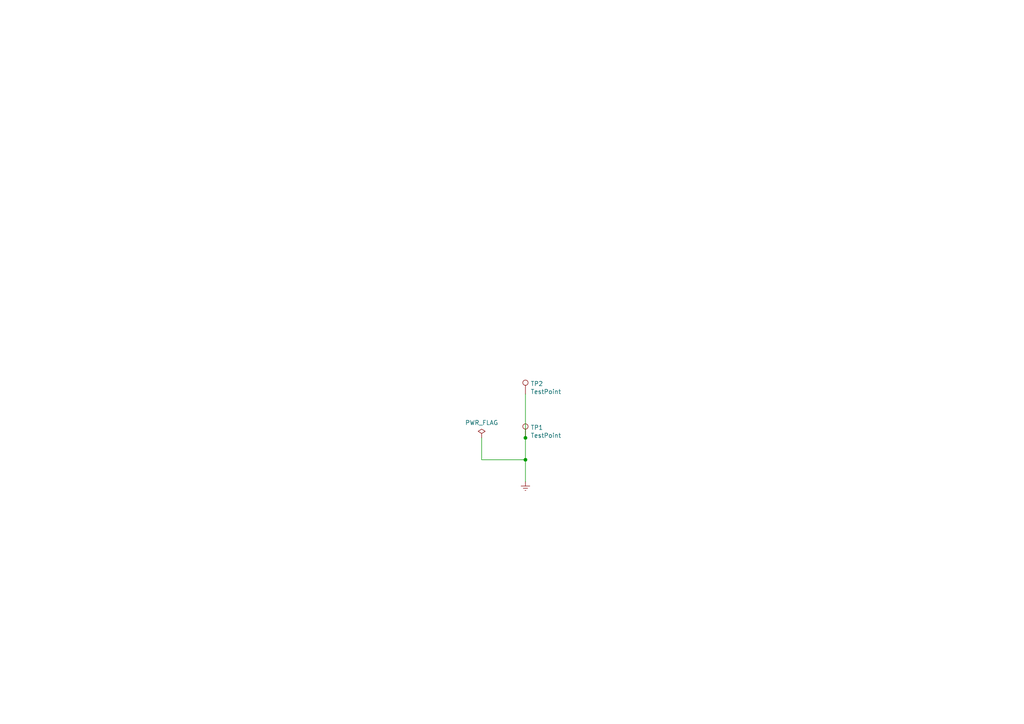
<source format=kicad_sch>
(kicad_sch (version 20231120) (generator "eeschema") (generator_version "8.0")
  (paper "A4")
  (title_block (title "TashRecorder back panel") (date "2024-05-23") (rev "2.1") (company "Lostwave") (comment 1 "https://68kmla.org") (comment 2 "https://68kmla.org/bb/index.php?threads/tashtwenty-single-chip-dcd-hard-disk-20-interface.39357/") (comment 3 "https://github.com/lampmerchant/tashtwenty"))
  (lib_symbols
    (symbol "Connector:TestPoint" (pin_numbers hide) (pin_names (offset 0.762) hide)
      (property "Reference" "TP" (at 0 6.858 0))
      (property "Value" "TestPoint" (at 0 5.08 0))
      (symbol "TestPoint_0_1"
        (circle (center 0 3.302) (radius 0.762))
      )
      (symbol "TestPoint_1_1"
        (pin passive line (at 0 0 90) (length 2.54) (name "1") (number "1"))
      )
    )
    (symbol "tashpad_BP-rescue:Earth-power" (power) (pin_names (offset 0))
      (symbol "Earth-power_0_1"
        (polyline (pts (xy -0.635 -1.905) (xy 0.635 -1.905)))
        (polyline (pts (xy -0.127 -2.54) (xy 0.127 -2.54)))
        (polyline (pts (xy 0 -1.27) (xy 0 0)))
        (polyline (pts (xy 1.27 -1.27) (xy -1.27 -1.27)))
      )
      (symbol "Earth-power_1_1"
        (pin power_in line (at 0 0 270) (length 0) hide (name "Earth") (number "1"))
      )
    )
    (symbol "tashpad_BP-rescue:PWR_FLAG-power" (power) (pin_numbers hide) (pin_names (offset 0) hide)
      (property "Value" "power_PWR_FLAG" (at 0 3.81 0))
      (symbol "PWR_FLAG-power_0_0"
        (pin power_out line (at 0 0 90) (length 0) (name "pwr") (number "1"))
      )
      (symbol "PWR_FLAG-power_0_1"
        (polyline (pts (xy 0 0) (xy 0 1.27) (xy -1.016 1.905) (xy 0 2.54) (xy 1.016 1.905) (xy 0 1.27)))
      )
    )
  )
  (junction (at 152.4 127))
  (junction (at 152.4 133.35))
  (wire (pts (xy 139.7 127) (xy 139.7 133.35)))
  (wire (pts (xy 152.4 114.3) (xy 152.4 127)))
  (wire (pts (xy 152.4 133.35) (xy 152.4 139.7)))
  (wire (pts (xy 139.7 133.35) (xy 152.4 133.35)))
  (wire (pts (xy 152.4 127) (xy 152.4 133.35)))
  (symbol (lib_id "tashpad_BP-rescue:PWR_FLAG-power") (at 139.7 127 0) (unit 1)
    (property "Reference" "#FLG0101" (effects (hide yes)))
    (property "Value" "PWR_FLAG" (at 139.7 122.6058 0))
  )
  (symbol (lib_id "Connector:TestPoint") (at 152.4 114.3 0) (unit 1)
    (property "Reference" "TP2" (at 153.8732 111.3028 0) (effects (justify left)))
    (property "Value" "TestPoint" (at 153.8732 113.6142 0) (effects (justify left)))
    (property "Footprint" "TestPoint:TestPoint_Pad_1.5x1.5mm" (effects (hide yes)))
  )
  (symbol (lib_id "Connector:TestPoint") (at 152.4 127 0) (unit 1)
    (property "Reference" "TP1" (at 153.8732 124.0028 0) (effects (justify left)))
    (property "Value" "TestPoint" (at 153.8732 126.3142 0) (effects (justify left)))
    (property "Footprint" "TestPoint:TestPoint_Pad_1.5x1.5mm" (effects (hide yes)))
  )
  (symbol (lib_id "tashpad_BP-rescue:Earth-power") (at 152.4 139.7 0) (unit 1)
    (property "Reference" "#PWR0101" (effects (hide yes)))
    (property "Value" "Earth" (effects (hide yes)))
  )
)
</source>
